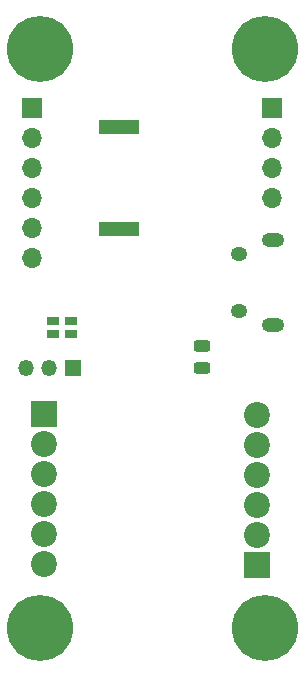
<source format=gbr>
%TF.GenerationSoftware,KiCad,Pcbnew,(7.0.0)*%
%TF.CreationDate,2023-12-17T22:30:30-08:00*%
%TF.ProjectId,Lyrav3,4c797261-7633-42e6-9b69-6361645f7063,rev?*%
%TF.SameCoordinates,Original*%
%TF.FileFunction,Soldermask,Top*%
%TF.FilePolarity,Negative*%
%FSLAX46Y46*%
G04 Gerber Fmt 4.6, Leading zero omitted, Abs format (unit mm)*
G04 Created by KiCad (PCBNEW (7.0.0)) date 2023-12-17 22:30:30*
%MOMM*%
%LPD*%
G01*
G04 APERTURE LIST*
G04 Aperture macros list*
%AMRoundRect*
0 Rectangle with rounded corners*
0 $1 Rounding radius*
0 $2 $3 $4 $5 $6 $7 $8 $9 X,Y pos of 4 corners*
0 Add a 4 corners polygon primitive as box body*
4,1,4,$2,$3,$4,$5,$6,$7,$8,$9,$2,$3,0*
0 Add four circle primitives for the rounded corners*
1,1,$1+$1,$2,$3*
1,1,$1+$1,$4,$5*
1,1,$1+$1,$6,$7*
1,1,$1+$1,$8,$9*
0 Add four rect primitives between the rounded corners*
20,1,$1+$1,$2,$3,$4,$5,0*
20,1,$1+$1,$4,$5,$6,$7,0*
20,1,$1+$1,$6,$7,$8,$9,0*
20,1,$1+$1,$8,$9,$2,$3,0*%
G04 Aperture macros list end*
%ADD10R,3.400000X1.300000*%
%ADD11RoundRect,0.243750X0.456250X-0.243750X0.456250X0.243750X-0.456250X0.243750X-0.456250X-0.243750X0*%
%ADD12C,5.600000*%
%ADD13R,1.700000X1.700000*%
%ADD14O,1.700000X1.700000*%
%ADD15R,1.000000X0.800000*%
%ADD16R,2.200000X2.200000*%
%ADD17C,2.200000*%
%ADD18R,1.350000X1.350000*%
%ADD19O,1.350000X1.350000*%
%ADD20O,1.400000X1.200000*%
%ADD21O,1.900000X1.200000*%
G04 APERTURE END LIST*
D10*
%TO.C,LS1*%
X9693999Y45428999D03*
X9693999Y36728999D03*
%TD*%
D11*
%TO.C,D2*%
X16704400Y24996500D03*
X16704400Y26871500D03*
%TD*%
D12*
%TO.C,H3*%
X3000000Y3000000D03*
%TD*%
D13*
%TO.C,J8*%
X22647999Y47015999D03*
D14*
X22647999Y44475999D03*
X22647999Y41935999D03*
X22647999Y39395999D03*
%TD*%
D12*
%TO.C,H1*%
X3000000Y52000000D03*
%TD*%
%TO.C,H2*%
X22000000Y52000000D03*
%TD*%
D15*
%TO.C,D4*%
X4078899Y28980199D03*
X4078899Y27880199D03*
X5578899Y27880199D03*
X5578899Y28980199D03*
%TD*%
D12*
%TO.C,H4*%
X22000000Y3000000D03*
%TD*%
D16*
%TO.C,J2*%
X3343999Y21107999D03*
D17*
X3344000Y18568000D03*
X3344000Y16028000D03*
X3344000Y13488000D03*
X3344000Y10948000D03*
X3344000Y8408000D03*
%TD*%
D16*
%TO.C,J9*%
X21377999Y8280999D03*
D17*
X21378000Y10821000D03*
X21378000Y13361000D03*
X21378000Y15901000D03*
X21378000Y18441000D03*
X21378000Y20981000D03*
%TD*%
D13*
%TO.C,J6*%
X2327999Y47025999D03*
D14*
X2327999Y44485999D03*
X2327999Y41945999D03*
X2327999Y39405999D03*
X2327999Y36865999D03*
X2327999Y34325999D03*
%TD*%
D18*
%TO.C,J5*%
X5750399Y24994199D03*
D19*
X3750399Y24994199D03*
X1750399Y24994199D03*
%TD*%
D20*
%TO.C,J7*%
X19826399Y29838599D03*
X19826399Y34678599D03*
D21*
X22726399Y35858599D03*
X22726399Y28658599D03*
%TD*%
M02*

</source>
